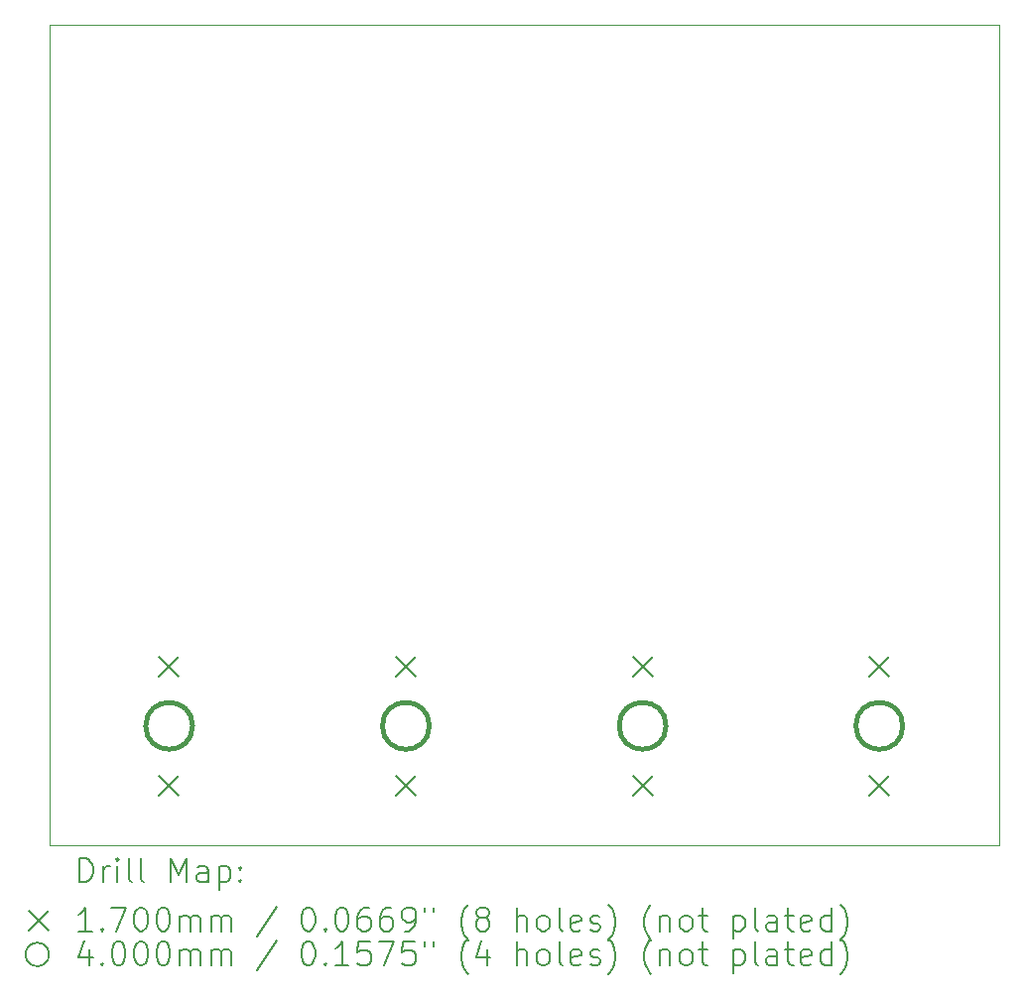
<source format=gbr>
%TF.GenerationSoftware,KiCad,Pcbnew,7.0.10*%
%TF.CreationDate,2024-10-20T20:49:23-04:00*%
%TF.ProjectId,Watch_Hackpad,57617463-685f-4486-9163-6b7061642e6b,rev?*%
%TF.SameCoordinates,Original*%
%TF.FileFunction,Drillmap*%
%TF.FilePolarity,Positive*%
%FSLAX45Y45*%
G04 Gerber Fmt 4.5, Leading zero omitted, Abs format (unit mm)*
G04 Created by KiCad (PCBNEW 7.0.10) date 2024-10-20 20:49:23*
%MOMM*%
%LPD*%
G01*
G04 APERTURE LIST*
%ADD10C,0.100000*%
%ADD11C,0.200000*%
%ADD12C,0.170000*%
%ADD13C,0.400000*%
G04 APERTURE END LIST*
D10*
X15390000Y-10430000D02*
X23490000Y-10430000D01*
X15390000Y-3430000D02*
X15390000Y-10430000D01*
X23490000Y-3430000D02*
X15390000Y-3430000D01*
X23490000Y-10430000D02*
X23490000Y-3430000D01*
D11*
D12*
X16325000Y-8821500D02*
X16495000Y-8991500D01*
X16495000Y-8821500D02*
X16325000Y-8991500D01*
X16325000Y-9837500D02*
X16495000Y-10007500D01*
X16495000Y-9837500D02*
X16325000Y-10007500D01*
X18345000Y-8821500D02*
X18515000Y-8991500D01*
X18515000Y-8821500D02*
X18345000Y-8991500D01*
X18345000Y-9837500D02*
X18515000Y-10007500D01*
X18515000Y-9837500D02*
X18345000Y-10007500D01*
X20365000Y-8821500D02*
X20535000Y-8991500D01*
X20535000Y-8821500D02*
X20365000Y-8991500D01*
X20365000Y-9837500D02*
X20535000Y-10007500D01*
X20535000Y-9837500D02*
X20365000Y-10007500D01*
X22385000Y-8821500D02*
X22555000Y-8991500D01*
X22555000Y-8821500D02*
X22385000Y-8991500D01*
X22385000Y-9837500D02*
X22555000Y-10007500D01*
X22555000Y-9837500D02*
X22385000Y-10007500D01*
D13*
X16610000Y-9414500D02*
G75*
G03*
X16210000Y-9414500I-200000J0D01*
G01*
X16210000Y-9414500D02*
G75*
G03*
X16610000Y-9414500I200000J0D01*
G01*
X18630000Y-9414500D02*
G75*
G03*
X18230000Y-9414500I-200000J0D01*
G01*
X18230000Y-9414500D02*
G75*
G03*
X18630000Y-9414500I200000J0D01*
G01*
X20650000Y-9414500D02*
G75*
G03*
X20250000Y-9414500I-200000J0D01*
G01*
X20250000Y-9414500D02*
G75*
G03*
X20650000Y-9414500I200000J0D01*
G01*
X22670000Y-9414500D02*
G75*
G03*
X22270000Y-9414500I-200000J0D01*
G01*
X22270000Y-9414500D02*
G75*
G03*
X22670000Y-9414500I200000J0D01*
G01*
D11*
X15645777Y-10746484D02*
X15645777Y-10546484D01*
X15645777Y-10546484D02*
X15693396Y-10546484D01*
X15693396Y-10546484D02*
X15721967Y-10556008D01*
X15721967Y-10556008D02*
X15741015Y-10575055D01*
X15741015Y-10575055D02*
X15750539Y-10594103D01*
X15750539Y-10594103D02*
X15760062Y-10632198D01*
X15760062Y-10632198D02*
X15760062Y-10660770D01*
X15760062Y-10660770D02*
X15750539Y-10698865D01*
X15750539Y-10698865D02*
X15741015Y-10717912D01*
X15741015Y-10717912D02*
X15721967Y-10736960D01*
X15721967Y-10736960D02*
X15693396Y-10746484D01*
X15693396Y-10746484D02*
X15645777Y-10746484D01*
X15845777Y-10746484D02*
X15845777Y-10613150D01*
X15845777Y-10651246D02*
X15855301Y-10632198D01*
X15855301Y-10632198D02*
X15864824Y-10622674D01*
X15864824Y-10622674D02*
X15883872Y-10613150D01*
X15883872Y-10613150D02*
X15902920Y-10613150D01*
X15969586Y-10746484D02*
X15969586Y-10613150D01*
X15969586Y-10546484D02*
X15960062Y-10556008D01*
X15960062Y-10556008D02*
X15969586Y-10565531D01*
X15969586Y-10565531D02*
X15979110Y-10556008D01*
X15979110Y-10556008D02*
X15969586Y-10546484D01*
X15969586Y-10546484D02*
X15969586Y-10565531D01*
X16093396Y-10746484D02*
X16074348Y-10736960D01*
X16074348Y-10736960D02*
X16064824Y-10717912D01*
X16064824Y-10717912D02*
X16064824Y-10546484D01*
X16198158Y-10746484D02*
X16179110Y-10736960D01*
X16179110Y-10736960D02*
X16169586Y-10717912D01*
X16169586Y-10717912D02*
X16169586Y-10546484D01*
X16426729Y-10746484D02*
X16426729Y-10546484D01*
X16426729Y-10546484D02*
X16493396Y-10689341D01*
X16493396Y-10689341D02*
X16560062Y-10546484D01*
X16560062Y-10546484D02*
X16560062Y-10746484D01*
X16741015Y-10746484D02*
X16741015Y-10641722D01*
X16741015Y-10641722D02*
X16731491Y-10622674D01*
X16731491Y-10622674D02*
X16712443Y-10613150D01*
X16712443Y-10613150D02*
X16674348Y-10613150D01*
X16674348Y-10613150D02*
X16655301Y-10622674D01*
X16741015Y-10736960D02*
X16721967Y-10746484D01*
X16721967Y-10746484D02*
X16674348Y-10746484D01*
X16674348Y-10746484D02*
X16655301Y-10736960D01*
X16655301Y-10736960D02*
X16645777Y-10717912D01*
X16645777Y-10717912D02*
X16645777Y-10698865D01*
X16645777Y-10698865D02*
X16655301Y-10679817D01*
X16655301Y-10679817D02*
X16674348Y-10670293D01*
X16674348Y-10670293D02*
X16721967Y-10670293D01*
X16721967Y-10670293D02*
X16741015Y-10660770D01*
X16836253Y-10613150D02*
X16836253Y-10813150D01*
X16836253Y-10622674D02*
X16855301Y-10613150D01*
X16855301Y-10613150D02*
X16893396Y-10613150D01*
X16893396Y-10613150D02*
X16912444Y-10622674D01*
X16912444Y-10622674D02*
X16921967Y-10632198D01*
X16921967Y-10632198D02*
X16931491Y-10651246D01*
X16931491Y-10651246D02*
X16931491Y-10708389D01*
X16931491Y-10708389D02*
X16921967Y-10727436D01*
X16921967Y-10727436D02*
X16912444Y-10736960D01*
X16912444Y-10736960D02*
X16893396Y-10746484D01*
X16893396Y-10746484D02*
X16855301Y-10746484D01*
X16855301Y-10746484D02*
X16836253Y-10736960D01*
X17017205Y-10727436D02*
X17026729Y-10736960D01*
X17026729Y-10736960D02*
X17017205Y-10746484D01*
X17017205Y-10746484D02*
X17007682Y-10736960D01*
X17007682Y-10736960D02*
X17017205Y-10727436D01*
X17017205Y-10727436D02*
X17017205Y-10746484D01*
X17017205Y-10622674D02*
X17026729Y-10632198D01*
X17026729Y-10632198D02*
X17017205Y-10641722D01*
X17017205Y-10641722D02*
X17007682Y-10632198D01*
X17007682Y-10632198D02*
X17017205Y-10622674D01*
X17017205Y-10622674D02*
X17017205Y-10641722D01*
D12*
X15215000Y-10990000D02*
X15385000Y-11160000D01*
X15385000Y-10990000D02*
X15215000Y-11160000D01*
D11*
X15750539Y-11166484D02*
X15636253Y-11166484D01*
X15693396Y-11166484D02*
X15693396Y-10966484D01*
X15693396Y-10966484D02*
X15674348Y-10995055D01*
X15674348Y-10995055D02*
X15655301Y-11014103D01*
X15655301Y-11014103D02*
X15636253Y-11023627D01*
X15836253Y-11147436D02*
X15845777Y-11156960D01*
X15845777Y-11156960D02*
X15836253Y-11166484D01*
X15836253Y-11166484D02*
X15826729Y-11156960D01*
X15826729Y-11156960D02*
X15836253Y-11147436D01*
X15836253Y-11147436D02*
X15836253Y-11166484D01*
X15912443Y-10966484D02*
X16045777Y-10966484D01*
X16045777Y-10966484D02*
X15960062Y-11166484D01*
X16160062Y-10966484D02*
X16179110Y-10966484D01*
X16179110Y-10966484D02*
X16198158Y-10976008D01*
X16198158Y-10976008D02*
X16207682Y-10985531D01*
X16207682Y-10985531D02*
X16217205Y-11004579D01*
X16217205Y-11004579D02*
X16226729Y-11042674D01*
X16226729Y-11042674D02*
X16226729Y-11090293D01*
X16226729Y-11090293D02*
X16217205Y-11128389D01*
X16217205Y-11128389D02*
X16207682Y-11147436D01*
X16207682Y-11147436D02*
X16198158Y-11156960D01*
X16198158Y-11156960D02*
X16179110Y-11166484D01*
X16179110Y-11166484D02*
X16160062Y-11166484D01*
X16160062Y-11166484D02*
X16141015Y-11156960D01*
X16141015Y-11156960D02*
X16131491Y-11147436D01*
X16131491Y-11147436D02*
X16121967Y-11128389D01*
X16121967Y-11128389D02*
X16112443Y-11090293D01*
X16112443Y-11090293D02*
X16112443Y-11042674D01*
X16112443Y-11042674D02*
X16121967Y-11004579D01*
X16121967Y-11004579D02*
X16131491Y-10985531D01*
X16131491Y-10985531D02*
X16141015Y-10976008D01*
X16141015Y-10976008D02*
X16160062Y-10966484D01*
X16350539Y-10966484D02*
X16369586Y-10966484D01*
X16369586Y-10966484D02*
X16388634Y-10976008D01*
X16388634Y-10976008D02*
X16398158Y-10985531D01*
X16398158Y-10985531D02*
X16407682Y-11004579D01*
X16407682Y-11004579D02*
X16417205Y-11042674D01*
X16417205Y-11042674D02*
X16417205Y-11090293D01*
X16417205Y-11090293D02*
X16407682Y-11128389D01*
X16407682Y-11128389D02*
X16398158Y-11147436D01*
X16398158Y-11147436D02*
X16388634Y-11156960D01*
X16388634Y-11156960D02*
X16369586Y-11166484D01*
X16369586Y-11166484D02*
X16350539Y-11166484D01*
X16350539Y-11166484D02*
X16331491Y-11156960D01*
X16331491Y-11156960D02*
X16321967Y-11147436D01*
X16321967Y-11147436D02*
X16312443Y-11128389D01*
X16312443Y-11128389D02*
X16302920Y-11090293D01*
X16302920Y-11090293D02*
X16302920Y-11042674D01*
X16302920Y-11042674D02*
X16312443Y-11004579D01*
X16312443Y-11004579D02*
X16321967Y-10985531D01*
X16321967Y-10985531D02*
X16331491Y-10976008D01*
X16331491Y-10976008D02*
X16350539Y-10966484D01*
X16502920Y-11166484D02*
X16502920Y-11033150D01*
X16502920Y-11052198D02*
X16512443Y-11042674D01*
X16512443Y-11042674D02*
X16531491Y-11033150D01*
X16531491Y-11033150D02*
X16560063Y-11033150D01*
X16560063Y-11033150D02*
X16579110Y-11042674D01*
X16579110Y-11042674D02*
X16588634Y-11061722D01*
X16588634Y-11061722D02*
X16588634Y-11166484D01*
X16588634Y-11061722D02*
X16598158Y-11042674D01*
X16598158Y-11042674D02*
X16617205Y-11033150D01*
X16617205Y-11033150D02*
X16645777Y-11033150D01*
X16645777Y-11033150D02*
X16664824Y-11042674D01*
X16664824Y-11042674D02*
X16674348Y-11061722D01*
X16674348Y-11061722D02*
X16674348Y-11166484D01*
X16769586Y-11166484D02*
X16769586Y-11033150D01*
X16769586Y-11052198D02*
X16779110Y-11042674D01*
X16779110Y-11042674D02*
X16798158Y-11033150D01*
X16798158Y-11033150D02*
X16826729Y-11033150D01*
X16826729Y-11033150D02*
X16845777Y-11042674D01*
X16845777Y-11042674D02*
X16855301Y-11061722D01*
X16855301Y-11061722D02*
X16855301Y-11166484D01*
X16855301Y-11061722D02*
X16864825Y-11042674D01*
X16864825Y-11042674D02*
X16883872Y-11033150D01*
X16883872Y-11033150D02*
X16912444Y-11033150D01*
X16912444Y-11033150D02*
X16931491Y-11042674D01*
X16931491Y-11042674D02*
X16941015Y-11061722D01*
X16941015Y-11061722D02*
X16941015Y-11166484D01*
X17331491Y-10956960D02*
X17160063Y-11214103D01*
X17588634Y-10966484D02*
X17607682Y-10966484D01*
X17607682Y-10966484D02*
X17626729Y-10976008D01*
X17626729Y-10976008D02*
X17636253Y-10985531D01*
X17636253Y-10985531D02*
X17645777Y-11004579D01*
X17645777Y-11004579D02*
X17655301Y-11042674D01*
X17655301Y-11042674D02*
X17655301Y-11090293D01*
X17655301Y-11090293D02*
X17645777Y-11128389D01*
X17645777Y-11128389D02*
X17636253Y-11147436D01*
X17636253Y-11147436D02*
X17626729Y-11156960D01*
X17626729Y-11156960D02*
X17607682Y-11166484D01*
X17607682Y-11166484D02*
X17588634Y-11166484D01*
X17588634Y-11166484D02*
X17569587Y-11156960D01*
X17569587Y-11156960D02*
X17560063Y-11147436D01*
X17560063Y-11147436D02*
X17550539Y-11128389D01*
X17550539Y-11128389D02*
X17541015Y-11090293D01*
X17541015Y-11090293D02*
X17541015Y-11042674D01*
X17541015Y-11042674D02*
X17550539Y-11004579D01*
X17550539Y-11004579D02*
X17560063Y-10985531D01*
X17560063Y-10985531D02*
X17569587Y-10976008D01*
X17569587Y-10976008D02*
X17588634Y-10966484D01*
X17741015Y-11147436D02*
X17750539Y-11156960D01*
X17750539Y-11156960D02*
X17741015Y-11166484D01*
X17741015Y-11166484D02*
X17731491Y-11156960D01*
X17731491Y-11156960D02*
X17741015Y-11147436D01*
X17741015Y-11147436D02*
X17741015Y-11166484D01*
X17874348Y-10966484D02*
X17893396Y-10966484D01*
X17893396Y-10966484D02*
X17912444Y-10976008D01*
X17912444Y-10976008D02*
X17921968Y-10985531D01*
X17921968Y-10985531D02*
X17931491Y-11004579D01*
X17931491Y-11004579D02*
X17941015Y-11042674D01*
X17941015Y-11042674D02*
X17941015Y-11090293D01*
X17941015Y-11090293D02*
X17931491Y-11128389D01*
X17931491Y-11128389D02*
X17921968Y-11147436D01*
X17921968Y-11147436D02*
X17912444Y-11156960D01*
X17912444Y-11156960D02*
X17893396Y-11166484D01*
X17893396Y-11166484D02*
X17874348Y-11166484D01*
X17874348Y-11166484D02*
X17855301Y-11156960D01*
X17855301Y-11156960D02*
X17845777Y-11147436D01*
X17845777Y-11147436D02*
X17836253Y-11128389D01*
X17836253Y-11128389D02*
X17826729Y-11090293D01*
X17826729Y-11090293D02*
X17826729Y-11042674D01*
X17826729Y-11042674D02*
X17836253Y-11004579D01*
X17836253Y-11004579D02*
X17845777Y-10985531D01*
X17845777Y-10985531D02*
X17855301Y-10976008D01*
X17855301Y-10976008D02*
X17874348Y-10966484D01*
X18112444Y-10966484D02*
X18074348Y-10966484D01*
X18074348Y-10966484D02*
X18055301Y-10976008D01*
X18055301Y-10976008D02*
X18045777Y-10985531D01*
X18045777Y-10985531D02*
X18026729Y-11014103D01*
X18026729Y-11014103D02*
X18017206Y-11052198D01*
X18017206Y-11052198D02*
X18017206Y-11128389D01*
X18017206Y-11128389D02*
X18026729Y-11147436D01*
X18026729Y-11147436D02*
X18036253Y-11156960D01*
X18036253Y-11156960D02*
X18055301Y-11166484D01*
X18055301Y-11166484D02*
X18093396Y-11166484D01*
X18093396Y-11166484D02*
X18112444Y-11156960D01*
X18112444Y-11156960D02*
X18121968Y-11147436D01*
X18121968Y-11147436D02*
X18131491Y-11128389D01*
X18131491Y-11128389D02*
X18131491Y-11080770D01*
X18131491Y-11080770D02*
X18121968Y-11061722D01*
X18121968Y-11061722D02*
X18112444Y-11052198D01*
X18112444Y-11052198D02*
X18093396Y-11042674D01*
X18093396Y-11042674D02*
X18055301Y-11042674D01*
X18055301Y-11042674D02*
X18036253Y-11052198D01*
X18036253Y-11052198D02*
X18026729Y-11061722D01*
X18026729Y-11061722D02*
X18017206Y-11080770D01*
X18302920Y-10966484D02*
X18264825Y-10966484D01*
X18264825Y-10966484D02*
X18245777Y-10976008D01*
X18245777Y-10976008D02*
X18236253Y-10985531D01*
X18236253Y-10985531D02*
X18217206Y-11014103D01*
X18217206Y-11014103D02*
X18207682Y-11052198D01*
X18207682Y-11052198D02*
X18207682Y-11128389D01*
X18207682Y-11128389D02*
X18217206Y-11147436D01*
X18217206Y-11147436D02*
X18226729Y-11156960D01*
X18226729Y-11156960D02*
X18245777Y-11166484D01*
X18245777Y-11166484D02*
X18283872Y-11166484D01*
X18283872Y-11166484D02*
X18302920Y-11156960D01*
X18302920Y-11156960D02*
X18312444Y-11147436D01*
X18312444Y-11147436D02*
X18321968Y-11128389D01*
X18321968Y-11128389D02*
X18321968Y-11080770D01*
X18321968Y-11080770D02*
X18312444Y-11061722D01*
X18312444Y-11061722D02*
X18302920Y-11052198D01*
X18302920Y-11052198D02*
X18283872Y-11042674D01*
X18283872Y-11042674D02*
X18245777Y-11042674D01*
X18245777Y-11042674D02*
X18226729Y-11052198D01*
X18226729Y-11052198D02*
X18217206Y-11061722D01*
X18217206Y-11061722D02*
X18207682Y-11080770D01*
X18417206Y-11166484D02*
X18455301Y-11166484D01*
X18455301Y-11166484D02*
X18474349Y-11156960D01*
X18474349Y-11156960D02*
X18483872Y-11147436D01*
X18483872Y-11147436D02*
X18502920Y-11118865D01*
X18502920Y-11118865D02*
X18512444Y-11080770D01*
X18512444Y-11080770D02*
X18512444Y-11004579D01*
X18512444Y-11004579D02*
X18502920Y-10985531D01*
X18502920Y-10985531D02*
X18493396Y-10976008D01*
X18493396Y-10976008D02*
X18474349Y-10966484D01*
X18474349Y-10966484D02*
X18436253Y-10966484D01*
X18436253Y-10966484D02*
X18417206Y-10976008D01*
X18417206Y-10976008D02*
X18407682Y-10985531D01*
X18407682Y-10985531D02*
X18398158Y-11004579D01*
X18398158Y-11004579D02*
X18398158Y-11052198D01*
X18398158Y-11052198D02*
X18407682Y-11071246D01*
X18407682Y-11071246D02*
X18417206Y-11080770D01*
X18417206Y-11080770D02*
X18436253Y-11090293D01*
X18436253Y-11090293D02*
X18474349Y-11090293D01*
X18474349Y-11090293D02*
X18493396Y-11080770D01*
X18493396Y-11080770D02*
X18502920Y-11071246D01*
X18502920Y-11071246D02*
X18512444Y-11052198D01*
X18588634Y-10966484D02*
X18588634Y-11004579D01*
X18664825Y-10966484D02*
X18664825Y-11004579D01*
X18960063Y-11242674D02*
X18950539Y-11233150D01*
X18950539Y-11233150D02*
X18931491Y-11204579D01*
X18931491Y-11204579D02*
X18921968Y-11185531D01*
X18921968Y-11185531D02*
X18912444Y-11156960D01*
X18912444Y-11156960D02*
X18902920Y-11109341D01*
X18902920Y-11109341D02*
X18902920Y-11071246D01*
X18902920Y-11071246D02*
X18912444Y-11023627D01*
X18912444Y-11023627D02*
X18921968Y-10995055D01*
X18921968Y-10995055D02*
X18931491Y-10976008D01*
X18931491Y-10976008D02*
X18950539Y-10947436D01*
X18950539Y-10947436D02*
X18960063Y-10937912D01*
X19064825Y-11052198D02*
X19045777Y-11042674D01*
X19045777Y-11042674D02*
X19036253Y-11033150D01*
X19036253Y-11033150D02*
X19026730Y-11014103D01*
X19026730Y-11014103D02*
X19026730Y-11004579D01*
X19026730Y-11004579D02*
X19036253Y-10985531D01*
X19036253Y-10985531D02*
X19045777Y-10976008D01*
X19045777Y-10976008D02*
X19064825Y-10966484D01*
X19064825Y-10966484D02*
X19102920Y-10966484D01*
X19102920Y-10966484D02*
X19121968Y-10976008D01*
X19121968Y-10976008D02*
X19131491Y-10985531D01*
X19131491Y-10985531D02*
X19141015Y-11004579D01*
X19141015Y-11004579D02*
X19141015Y-11014103D01*
X19141015Y-11014103D02*
X19131491Y-11033150D01*
X19131491Y-11033150D02*
X19121968Y-11042674D01*
X19121968Y-11042674D02*
X19102920Y-11052198D01*
X19102920Y-11052198D02*
X19064825Y-11052198D01*
X19064825Y-11052198D02*
X19045777Y-11061722D01*
X19045777Y-11061722D02*
X19036253Y-11071246D01*
X19036253Y-11071246D02*
X19026730Y-11090293D01*
X19026730Y-11090293D02*
X19026730Y-11128389D01*
X19026730Y-11128389D02*
X19036253Y-11147436D01*
X19036253Y-11147436D02*
X19045777Y-11156960D01*
X19045777Y-11156960D02*
X19064825Y-11166484D01*
X19064825Y-11166484D02*
X19102920Y-11166484D01*
X19102920Y-11166484D02*
X19121968Y-11156960D01*
X19121968Y-11156960D02*
X19131491Y-11147436D01*
X19131491Y-11147436D02*
X19141015Y-11128389D01*
X19141015Y-11128389D02*
X19141015Y-11090293D01*
X19141015Y-11090293D02*
X19131491Y-11071246D01*
X19131491Y-11071246D02*
X19121968Y-11061722D01*
X19121968Y-11061722D02*
X19102920Y-11052198D01*
X19379111Y-11166484D02*
X19379111Y-10966484D01*
X19464825Y-11166484D02*
X19464825Y-11061722D01*
X19464825Y-11061722D02*
X19455301Y-11042674D01*
X19455301Y-11042674D02*
X19436253Y-11033150D01*
X19436253Y-11033150D02*
X19407682Y-11033150D01*
X19407682Y-11033150D02*
X19388634Y-11042674D01*
X19388634Y-11042674D02*
X19379111Y-11052198D01*
X19588634Y-11166484D02*
X19569587Y-11156960D01*
X19569587Y-11156960D02*
X19560063Y-11147436D01*
X19560063Y-11147436D02*
X19550539Y-11128389D01*
X19550539Y-11128389D02*
X19550539Y-11071246D01*
X19550539Y-11071246D02*
X19560063Y-11052198D01*
X19560063Y-11052198D02*
X19569587Y-11042674D01*
X19569587Y-11042674D02*
X19588634Y-11033150D01*
X19588634Y-11033150D02*
X19617206Y-11033150D01*
X19617206Y-11033150D02*
X19636253Y-11042674D01*
X19636253Y-11042674D02*
X19645777Y-11052198D01*
X19645777Y-11052198D02*
X19655301Y-11071246D01*
X19655301Y-11071246D02*
X19655301Y-11128389D01*
X19655301Y-11128389D02*
X19645777Y-11147436D01*
X19645777Y-11147436D02*
X19636253Y-11156960D01*
X19636253Y-11156960D02*
X19617206Y-11166484D01*
X19617206Y-11166484D02*
X19588634Y-11166484D01*
X19769587Y-11166484D02*
X19750539Y-11156960D01*
X19750539Y-11156960D02*
X19741015Y-11137912D01*
X19741015Y-11137912D02*
X19741015Y-10966484D01*
X19921968Y-11156960D02*
X19902920Y-11166484D01*
X19902920Y-11166484D02*
X19864825Y-11166484D01*
X19864825Y-11166484D02*
X19845777Y-11156960D01*
X19845777Y-11156960D02*
X19836253Y-11137912D01*
X19836253Y-11137912D02*
X19836253Y-11061722D01*
X19836253Y-11061722D02*
X19845777Y-11042674D01*
X19845777Y-11042674D02*
X19864825Y-11033150D01*
X19864825Y-11033150D02*
X19902920Y-11033150D01*
X19902920Y-11033150D02*
X19921968Y-11042674D01*
X19921968Y-11042674D02*
X19931492Y-11061722D01*
X19931492Y-11061722D02*
X19931492Y-11080770D01*
X19931492Y-11080770D02*
X19836253Y-11099817D01*
X20007682Y-11156960D02*
X20026730Y-11166484D01*
X20026730Y-11166484D02*
X20064825Y-11166484D01*
X20064825Y-11166484D02*
X20083873Y-11156960D01*
X20083873Y-11156960D02*
X20093396Y-11137912D01*
X20093396Y-11137912D02*
X20093396Y-11128389D01*
X20093396Y-11128389D02*
X20083873Y-11109341D01*
X20083873Y-11109341D02*
X20064825Y-11099817D01*
X20064825Y-11099817D02*
X20036253Y-11099817D01*
X20036253Y-11099817D02*
X20017206Y-11090293D01*
X20017206Y-11090293D02*
X20007682Y-11071246D01*
X20007682Y-11071246D02*
X20007682Y-11061722D01*
X20007682Y-11061722D02*
X20017206Y-11042674D01*
X20017206Y-11042674D02*
X20036253Y-11033150D01*
X20036253Y-11033150D02*
X20064825Y-11033150D01*
X20064825Y-11033150D02*
X20083873Y-11042674D01*
X20160063Y-11242674D02*
X20169587Y-11233150D01*
X20169587Y-11233150D02*
X20188634Y-11204579D01*
X20188634Y-11204579D02*
X20198158Y-11185531D01*
X20198158Y-11185531D02*
X20207682Y-11156960D01*
X20207682Y-11156960D02*
X20217206Y-11109341D01*
X20217206Y-11109341D02*
X20217206Y-11071246D01*
X20217206Y-11071246D02*
X20207682Y-11023627D01*
X20207682Y-11023627D02*
X20198158Y-10995055D01*
X20198158Y-10995055D02*
X20188634Y-10976008D01*
X20188634Y-10976008D02*
X20169587Y-10947436D01*
X20169587Y-10947436D02*
X20160063Y-10937912D01*
X20521968Y-11242674D02*
X20512444Y-11233150D01*
X20512444Y-11233150D02*
X20493396Y-11204579D01*
X20493396Y-11204579D02*
X20483873Y-11185531D01*
X20483873Y-11185531D02*
X20474349Y-11156960D01*
X20474349Y-11156960D02*
X20464825Y-11109341D01*
X20464825Y-11109341D02*
X20464825Y-11071246D01*
X20464825Y-11071246D02*
X20474349Y-11023627D01*
X20474349Y-11023627D02*
X20483873Y-10995055D01*
X20483873Y-10995055D02*
X20493396Y-10976008D01*
X20493396Y-10976008D02*
X20512444Y-10947436D01*
X20512444Y-10947436D02*
X20521968Y-10937912D01*
X20598158Y-11033150D02*
X20598158Y-11166484D01*
X20598158Y-11052198D02*
X20607682Y-11042674D01*
X20607682Y-11042674D02*
X20626730Y-11033150D01*
X20626730Y-11033150D02*
X20655301Y-11033150D01*
X20655301Y-11033150D02*
X20674349Y-11042674D01*
X20674349Y-11042674D02*
X20683873Y-11061722D01*
X20683873Y-11061722D02*
X20683873Y-11166484D01*
X20807682Y-11166484D02*
X20788634Y-11156960D01*
X20788634Y-11156960D02*
X20779111Y-11147436D01*
X20779111Y-11147436D02*
X20769587Y-11128389D01*
X20769587Y-11128389D02*
X20769587Y-11071246D01*
X20769587Y-11071246D02*
X20779111Y-11052198D01*
X20779111Y-11052198D02*
X20788634Y-11042674D01*
X20788634Y-11042674D02*
X20807682Y-11033150D01*
X20807682Y-11033150D02*
X20836254Y-11033150D01*
X20836254Y-11033150D02*
X20855301Y-11042674D01*
X20855301Y-11042674D02*
X20864825Y-11052198D01*
X20864825Y-11052198D02*
X20874349Y-11071246D01*
X20874349Y-11071246D02*
X20874349Y-11128389D01*
X20874349Y-11128389D02*
X20864825Y-11147436D01*
X20864825Y-11147436D02*
X20855301Y-11156960D01*
X20855301Y-11156960D02*
X20836254Y-11166484D01*
X20836254Y-11166484D02*
X20807682Y-11166484D01*
X20931492Y-11033150D02*
X21007682Y-11033150D01*
X20960063Y-10966484D02*
X20960063Y-11137912D01*
X20960063Y-11137912D02*
X20969587Y-11156960D01*
X20969587Y-11156960D02*
X20988634Y-11166484D01*
X20988634Y-11166484D02*
X21007682Y-11166484D01*
X21226730Y-11033150D02*
X21226730Y-11233150D01*
X21226730Y-11042674D02*
X21245777Y-11033150D01*
X21245777Y-11033150D02*
X21283873Y-11033150D01*
X21283873Y-11033150D02*
X21302920Y-11042674D01*
X21302920Y-11042674D02*
X21312444Y-11052198D01*
X21312444Y-11052198D02*
X21321968Y-11071246D01*
X21321968Y-11071246D02*
X21321968Y-11128389D01*
X21321968Y-11128389D02*
X21312444Y-11147436D01*
X21312444Y-11147436D02*
X21302920Y-11156960D01*
X21302920Y-11156960D02*
X21283873Y-11166484D01*
X21283873Y-11166484D02*
X21245777Y-11166484D01*
X21245777Y-11166484D02*
X21226730Y-11156960D01*
X21436254Y-11166484D02*
X21417206Y-11156960D01*
X21417206Y-11156960D02*
X21407682Y-11137912D01*
X21407682Y-11137912D02*
X21407682Y-10966484D01*
X21598158Y-11166484D02*
X21598158Y-11061722D01*
X21598158Y-11061722D02*
X21588635Y-11042674D01*
X21588635Y-11042674D02*
X21569587Y-11033150D01*
X21569587Y-11033150D02*
X21531492Y-11033150D01*
X21531492Y-11033150D02*
X21512444Y-11042674D01*
X21598158Y-11156960D02*
X21579111Y-11166484D01*
X21579111Y-11166484D02*
X21531492Y-11166484D01*
X21531492Y-11166484D02*
X21512444Y-11156960D01*
X21512444Y-11156960D02*
X21502920Y-11137912D01*
X21502920Y-11137912D02*
X21502920Y-11118865D01*
X21502920Y-11118865D02*
X21512444Y-11099817D01*
X21512444Y-11099817D02*
X21531492Y-11090293D01*
X21531492Y-11090293D02*
X21579111Y-11090293D01*
X21579111Y-11090293D02*
X21598158Y-11080770D01*
X21664825Y-11033150D02*
X21741015Y-11033150D01*
X21693396Y-10966484D02*
X21693396Y-11137912D01*
X21693396Y-11137912D02*
X21702920Y-11156960D01*
X21702920Y-11156960D02*
X21721968Y-11166484D01*
X21721968Y-11166484D02*
X21741015Y-11166484D01*
X21883873Y-11156960D02*
X21864825Y-11166484D01*
X21864825Y-11166484D02*
X21826730Y-11166484D01*
X21826730Y-11166484D02*
X21807682Y-11156960D01*
X21807682Y-11156960D02*
X21798158Y-11137912D01*
X21798158Y-11137912D02*
X21798158Y-11061722D01*
X21798158Y-11061722D02*
X21807682Y-11042674D01*
X21807682Y-11042674D02*
X21826730Y-11033150D01*
X21826730Y-11033150D02*
X21864825Y-11033150D01*
X21864825Y-11033150D02*
X21883873Y-11042674D01*
X21883873Y-11042674D02*
X21893396Y-11061722D01*
X21893396Y-11061722D02*
X21893396Y-11080770D01*
X21893396Y-11080770D02*
X21798158Y-11099817D01*
X22064825Y-11166484D02*
X22064825Y-10966484D01*
X22064825Y-11156960D02*
X22045777Y-11166484D01*
X22045777Y-11166484D02*
X22007682Y-11166484D01*
X22007682Y-11166484D02*
X21988635Y-11156960D01*
X21988635Y-11156960D02*
X21979111Y-11147436D01*
X21979111Y-11147436D02*
X21969587Y-11128389D01*
X21969587Y-11128389D02*
X21969587Y-11071246D01*
X21969587Y-11071246D02*
X21979111Y-11052198D01*
X21979111Y-11052198D02*
X21988635Y-11042674D01*
X21988635Y-11042674D02*
X22007682Y-11033150D01*
X22007682Y-11033150D02*
X22045777Y-11033150D01*
X22045777Y-11033150D02*
X22064825Y-11042674D01*
X22141016Y-11242674D02*
X22150539Y-11233150D01*
X22150539Y-11233150D02*
X22169587Y-11204579D01*
X22169587Y-11204579D02*
X22179111Y-11185531D01*
X22179111Y-11185531D02*
X22188635Y-11156960D01*
X22188635Y-11156960D02*
X22198158Y-11109341D01*
X22198158Y-11109341D02*
X22198158Y-11071246D01*
X22198158Y-11071246D02*
X22188635Y-11023627D01*
X22188635Y-11023627D02*
X22179111Y-10995055D01*
X22179111Y-10995055D02*
X22169587Y-10976008D01*
X22169587Y-10976008D02*
X22150539Y-10947436D01*
X22150539Y-10947436D02*
X22141016Y-10937912D01*
X15385000Y-11365000D02*
G75*
G03*
X15185000Y-11365000I-100000J0D01*
G01*
X15185000Y-11365000D02*
G75*
G03*
X15385000Y-11365000I100000J0D01*
G01*
X15731491Y-11323150D02*
X15731491Y-11456484D01*
X15683872Y-11246960D02*
X15636253Y-11389817D01*
X15636253Y-11389817D02*
X15760062Y-11389817D01*
X15836253Y-11437436D02*
X15845777Y-11446960D01*
X15845777Y-11446960D02*
X15836253Y-11456484D01*
X15836253Y-11456484D02*
X15826729Y-11446960D01*
X15826729Y-11446960D02*
X15836253Y-11437436D01*
X15836253Y-11437436D02*
X15836253Y-11456484D01*
X15969586Y-11256484D02*
X15988634Y-11256484D01*
X15988634Y-11256484D02*
X16007682Y-11266008D01*
X16007682Y-11266008D02*
X16017205Y-11275531D01*
X16017205Y-11275531D02*
X16026729Y-11294579D01*
X16026729Y-11294579D02*
X16036253Y-11332674D01*
X16036253Y-11332674D02*
X16036253Y-11380293D01*
X16036253Y-11380293D02*
X16026729Y-11418388D01*
X16026729Y-11418388D02*
X16017205Y-11437436D01*
X16017205Y-11437436D02*
X16007682Y-11446960D01*
X16007682Y-11446960D02*
X15988634Y-11456484D01*
X15988634Y-11456484D02*
X15969586Y-11456484D01*
X15969586Y-11456484D02*
X15950539Y-11446960D01*
X15950539Y-11446960D02*
X15941015Y-11437436D01*
X15941015Y-11437436D02*
X15931491Y-11418388D01*
X15931491Y-11418388D02*
X15921967Y-11380293D01*
X15921967Y-11380293D02*
X15921967Y-11332674D01*
X15921967Y-11332674D02*
X15931491Y-11294579D01*
X15931491Y-11294579D02*
X15941015Y-11275531D01*
X15941015Y-11275531D02*
X15950539Y-11266008D01*
X15950539Y-11266008D02*
X15969586Y-11256484D01*
X16160062Y-11256484D02*
X16179110Y-11256484D01*
X16179110Y-11256484D02*
X16198158Y-11266008D01*
X16198158Y-11266008D02*
X16207682Y-11275531D01*
X16207682Y-11275531D02*
X16217205Y-11294579D01*
X16217205Y-11294579D02*
X16226729Y-11332674D01*
X16226729Y-11332674D02*
X16226729Y-11380293D01*
X16226729Y-11380293D02*
X16217205Y-11418388D01*
X16217205Y-11418388D02*
X16207682Y-11437436D01*
X16207682Y-11437436D02*
X16198158Y-11446960D01*
X16198158Y-11446960D02*
X16179110Y-11456484D01*
X16179110Y-11456484D02*
X16160062Y-11456484D01*
X16160062Y-11456484D02*
X16141015Y-11446960D01*
X16141015Y-11446960D02*
X16131491Y-11437436D01*
X16131491Y-11437436D02*
X16121967Y-11418388D01*
X16121967Y-11418388D02*
X16112443Y-11380293D01*
X16112443Y-11380293D02*
X16112443Y-11332674D01*
X16112443Y-11332674D02*
X16121967Y-11294579D01*
X16121967Y-11294579D02*
X16131491Y-11275531D01*
X16131491Y-11275531D02*
X16141015Y-11266008D01*
X16141015Y-11266008D02*
X16160062Y-11256484D01*
X16350539Y-11256484D02*
X16369586Y-11256484D01*
X16369586Y-11256484D02*
X16388634Y-11266008D01*
X16388634Y-11266008D02*
X16398158Y-11275531D01*
X16398158Y-11275531D02*
X16407682Y-11294579D01*
X16407682Y-11294579D02*
X16417205Y-11332674D01*
X16417205Y-11332674D02*
X16417205Y-11380293D01*
X16417205Y-11380293D02*
X16407682Y-11418388D01*
X16407682Y-11418388D02*
X16398158Y-11437436D01*
X16398158Y-11437436D02*
X16388634Y-11446960D01*
X16388634Y-11446960D02*
X16369586Y-11456484D01*
X16369586Y-11456484D02*
X16350539Y-11456484D01*
X16350539Y-11456484D02*
X16331491Y-11446960D01*
X16331491Y-11446960D02*
X16321967Y-11437436D01*
X16321967Y-11437436D02*
X16312443Y-11418388D01*
X16312443Y-11418388D02*
X16302920Y-11380293D01*
X16302920Y-11380293D02*
X16302920Y-11332674D01*
X16302920Y-11332674D02*
X16312443Y-11294579D01*
X16312443Y-11294579D02*
X16321967Y-11275531D01*
X16321967Y-11275531D02*
X16331491Y-11266008D01*
X16331491Y-11266008D02*
X16350539Y-11256484D01*
X16502920Y-11456484D02*
X16502920Y-11323150D01*
X16502920Y-11342198D02*
X16512443Y-11332674D01*
X16512443Y-11332674D02*
X16531491Y-11323150D01*
X16531491Y-11323150D02*
X16560063Y-11323150D01*
X16560063Y-11323150D02*
X16579110Y-11332674D01*
X16579110Y-11332674D02*
X16588634Y-11351722D01*
X16588634Y-11351722D02*
X16588634Y-11456484D01*
X16588634Y-11351722D02*
X16598158Y-11332674D01*
X16598158Y-11332674D02*
X16617205Y-11323150D01*
X16617205Y-11323150D02*
X16645777Y-11323150D01*
X16645777Y-11323150D02*
X16664824Y-11332674D01*
X16664824Y-11332674D02*
X16674348Y-11351722D01*
X16674348Y-11351722D02*
X16674348Y-11456484D01*
X16769586Y-11456484D02*
X16769586Y-11323150D01*
X16769586Y-11342198D02*
X16779110Y-11332674D01*
X16779110Y-11332674D02*
X16798158Y-11323150D01*
X16798158Y-11323150D02*
X16826729Y-11323150D01*
X16826729Y-11323150D02*
X16845777Y-11332674D01*
X16845777Y-11332674D02*
X16855301Y-11351722D01*
X16855301Y-11351722D02*
X16855301Y-11456484D01*
X16855301Y-11351722D02*
X16864825Y-11332674D01*
X16864825Y-11332674D02*
X16883872Y-11323150D01*
X16883872Y-11323150D02*
X16912444Y-11323150D01*
X16912444Y-11323150D02*
X16931491Y-11332674D01*
X16931491Y-11332674D02*
X16941015Y-11351722D01*
X16941015Y-11351722D02*
X16941015Y-11456484D01*
X17331491Y-11246960D02*
X17160063Y-11504103D01*
X17588634Y-11256484D02*
X17607682Y-11256484D01*
X17607682Y-11256484D02*
X17626729Y-11266008D01*
X17626729Y-11266008D02*
X17636253Y-11275531D01*
X17636253Y-11275531D02*
X17645777Y-11294579D01*
X17645777Y-11294579D02*
X17655301Y-11332674D01*
X17655301Y-11332674D02*
X17655301Y-11380293D01*
X17655301Y-11380293D02*
X17645777Y-11418388D01*
X17645777Y-11418388D02*
X17636253Y-11437436D01*
X17636253Y-11437436D02*
X17626729Y-11446960D01*
X17626729Y-11446960D02*
X17607682Y-11456484D01*
X17607682Y-11456484D02*
X17588634Y-11456484D01*
X17588634Y-11456484D02*
X17569587Y-11446960D01*
X17569587Y-11446960D02*
X17560063Y-11437436D01*
X17560063Y-11437436D02*
X17550539Y-11418388D01*
X17550539Y-11418388D02*
X17541015Y-11380293D01*
X17541015Y-11380293D02*
X17541015Y-11332674D01*
X17541015Y-11332674D02*
X17550539Y-11294579D01*
X17550539Y-11294579D02*
X17560063Y-11275531D01*
X17560063Y-11275531D02*
X17569587Y-11266008D01*
X17569587Y-11266008D02*
X17588634Y-11256484D01*
X17741015Y-11437436D02*
X17750539Y-11446960D01*
X17750539Y-11446960D02*
X17741015Y-11456484D01*
X17741015Y-11456484D02*
X17731491Y-11446960D01*
X17731491Y-11446960D02*
X17741015Y-11437436D01*
X17741015Y-11437436D02*
X17741015Y-11456484D01*
X17941015Y-11456484D02*
X17826729Y-11456484D01*
X17883872Y-11456484D02*
X17883872Y-11256484D01*
X17883872Y-11256484D02*
X17864825Y-11285055D01*
X17864825Y-11285055D02*
X17845777Y-11304103D01*
X17845777Y-11304103D02*
X17826729Y-11313627D01*
X18121968Y-11256484D02*
X18026729Y-11256484D01*
X18026729Y-11256484D02*
X18017206Y-11351722D01*
X18017206Y-11351722D02*
X18026729Y-11342198D01*
X18026729Y-11342198D02*
X18045777Y-11332674D01*
X18045777Y-11332674D02*
X18093396Y-11332674D01*
X18093396Y-11332674D02*
X18112444Y-11342198D01*
X18112444Y-11342198D02*
X18121968Y-11351722D01*
X18121968Y-11351722D02*
X18131491Y-11370769D01*
X18131491Y-11370769D02*
X18131491Y-11418388D01*
X18131491Y-11418388D02*
X18121968Y-11437436D01*
X18121968Y-11437436D02*
X18112444Y-11446960D01*
X18112444Y-11446960D02*
X18093396Y-11456484D01*
X18093396Y-11456484D02*
X18045777Y-11456484D01*
X18045777Y-11456484D02*
X18026729Y-11446960D01*
X18026729Y-11446960D02*
X18017206Y-11437436D01*
X18198158Y-11256484D02*
X18331491Y-11256484D01*
X18331491Y-11256484D02*
X18245777Y-11456484D01*
X18502920Y-11256484D02*
X18407682Y-11256484D01*
X18407682Y-11256484D02*
X18398158Y-11351722D01*
X18398158Y-11351722D02*
X18407682Y-11342198D01*
X18407682Y-11342198D02*
X18426729Y-11332674D01*
X18426729Y-11332674D02*
X18474349Y-11332674D01*
X18474349Y-11332674D02*
X18493396Y-11342198D01*
X18493396Y-11342198D02*
X18502920Y-11351722D01*
X18502920Y-11351722D02*
X18512444Y-11370769D01*
X18512444Y-11370769D02*
X18512444Y-11418388D01*
X18512444Y-11418388D02*
X18502920Y-11437436D01*
X18502920Y-11437436D02*
X18493396Y-11446960D01*
X18493396Y-11446960D02*
X18474349Y-11456484D01*
X18474349Y-11456484D02*
X18426729Y-11456484D01*
X18426729Y-11456484D02*
X18407682Y-11446960D01*
X18407682Y-11446960D02*
X18398158Y-11437436D01*
X18588634Y-11256484D02*
X18588634Y-11294579D01*
X18664825Y-11256484D02*
X18664825Y-11294579D01*
X18960063Y-11532674D02*
X18950539Y-11523150D01*
X18950539Y-11523150D02*
X18931491Y-11494579D01*
X18931491Y-11494579D02*
X18921968Y-11475531D01*
X18921968Y-11475531D02*
X18912444Y-11446960D01*
X18912444Y-11446960D02*
X18902920Y-11399341D01*
X18902920Y-11399341D02*
X18902920Y-11361246D01*
X18902920Y-11361246D02*
X18912444Y-11313627D01*
X18912444Y-11313627D02*
X18921968Y-11285055D01*
X18921968Y-11285055D02*
X18931491Y-11266008D01*
X18931491Y-11266008D02*
X18950539Y-11237436D01*
X18950539Y-11237436D02*
X18960063Y-11227912D01*
X19121968Y-11323150D02*
X19121968Y-11456484D01*
X19074349Y-11246960D02*
X19026730Y-11389817D01*
X19026730Y-11389817D02*
X19150539Y-11389817D01*
X19379111Y-11456484D02*
X19379111Y-11256484D01*
X19464825Y-11456484D02*
X19464825Y-11351722D01*
X19464825Y-11351722D02*
X19455301Y-11332674D01*
X19455301Y-11332674D02*
X19436253Y-11323150D01*
X19436253Y-11323150D02*
X19407682Y-11323150D01*
X19407682Y-11323150D02*
X19388634Y-11332674D01*
X19388634Y-11332674D02*
X19379111Y-11342198D01*
X19588634Y-11456484D02*
X19569587Y-11446960D01*
X19569587Y-11446960D02*
X19560063Y-11437436D01*
X19560063Y-11437436D02*
X19550539Y-11418388D01*
X19550539Y-11418388D02*
X19550539Y-11361246D01*
X19550539Y-11361246D02*
X19560063Y-11342198D01*
X19560063Y-11342198D02*
X19569587Y-11332674D01*
X19569587Y-11332674D02*
X19588634Y-11323150D01*
X19588634Y-11323150D02*
X19617206Y-11323150D01*
X19617206Y-11323150D02*
X19636253Y-11332674D01*
X19636253Y-11332674D02*
X19645777Y-11342198D01*
X19645777Y-11342198D02*
X19655301Y-11361246D01*
X19655301Y-11361246D02*
X19655301Y-11418388D01*
X19655301Y-11418388D02*
X19645777Y-11437436D01*
X19645777Y-11437436D02*
X19636253Y-11446960D01*
X19636253Y-11446960D02*
X19617206Y-11456484D01*
X19617206Y-11456484D02*
X19588634Y-11456484D01*
X19769587Y-11456484D02*
X19750539Y-11446960D01*
X19750539Y-11446960D02*
X19741015Y-11427912D01*
X19741015Y-11427912D02*
X19741015Y-11256484D01*
X19921968Y-11446960D02*
X19902920Y-11456484D01*
X19902920Y-11456484D02*
X19864825Y-11456484D01*
X19864825Y-11456484D02*
X19845777Y-11446960D01*
X19845777Y-11446960D02*
X19836253Y-11427912D01*
X19836253Y-11427912D02*
X19836253Y-11351722D01*
X19836253Y-11351722D02*
X19845777Y-11332674D01*
X19845777Y-11332674D02*
X19864825Y-11323150D01*
X19864825Y-11323150D02*
X19902920Y-11323150D01*
X19902920Y-11323150D02*
X19921968Y-11332674D01*
X19921968Y-11332674D02*
X19931492Y-11351722D01*
X19931492Y-11351722D02*
X19931492Y-11370769D01*
X19931492Y-11370769D02*
X19836253Y-11389817D01*
X20007682Y-11446960D02*
X20026730Y-11456484D01*
X20026730Y-11456484D02*
X20064825Y-11456484D01*
X20064825Y-11456484D02*
X20083873Y-11446960D01*
X20083873Y-11446960D02*
X20093396Y-11427912D01*
X20093396Y-11427912D02*
X20093396Y-11418388D01*
X20093396Y-11418388D02*
X20083873Y-11399341D01*
X20083873Y-11399341D02*
X20064825Y-11389817D01*
X20064825Y-11389817D02*
X20036253Y-11389817D01*
X20036253Y-11389817D02*
X20017206Y-11380293D01*
X20017206Y-11380293D02*
X20007682Y-11361246D01*
X20007682Y-11361246D02*
X20007682Y-11351722D01*
X20007682Y-11351722D02*
X20017206Y-11332674D01*
X20017206Y-11332674D02*
X20036253Y-11323150D01*
X20036253Y-11323150D02*
X20064825Y-11323150D01*
X20064825Y-11323150D02*
X20083873Y-11332674D01*
X20160063Y-11532674D02*
X20169587Y-11523150D01*
X20169587Y-11523150D02*
X20188634Y-11494579D01*
X20188634Y-11494579D02*
X20198158Y-11475531D01*
X20198158Y-11475531D02*
X20207682Y-11446960D01*
X20207682Y-11446960D02*
X20217206Y-11399341D01*
X20217206Y-11399341D02*
X20217206Y-11361246D01*
X20217206Y-11361246D02*
X20207682Y-11313627D01*
X20207682Y-11313627D02*
X20198158Y-11285055D01*
X20198158Y-11285055D02*
X20188634Y-11266008D01*
X20188634Y-11266008D02*
X20169587Y-11237436D01*
X20169587Y-11237436D02*
X20160063Y-11227912D01*
X20521968Y-11532674D02*
X20512444Y-11523150D01*
X20512444Y-11523150D02*
X20493396Y-11494579D01*
X20493396Y-11494579D02*
X20483873Y-11475531D01*
X20483873Y-11475531D02*
X20474349Y-11446960D01*
X20474349Y-11446960D02*
X20464825Y-11399341D01*
X20464825Y-11399341D02*
X20464825Y-11361246D01*
X20464825Y-11361246D02*
X20474349Y-11313627D01*
X20474349Y-11313627D02*
X20483873Y-11285055D01*
X20483873Y-11285055D02*
X20493396Y-11266008D01*
X20493396Y-11266008D02*
X20512444Y-11237436D01*
X20512444Y-11237436D02*
X20521968Y-11227912D01*
X20598158Y-11323150D02*
X20598158Y-11456484D01*
X20598158Y-11342198D02*
X20607682Y-11332674D01*
X20607682Y-11332674D02*
X20626730Y-11323150D01*
X20626730Y-11323150D02*
X20655301Y-11323150D01*
X20655301Y-11323150D02*
X20674349Y-11332674D01*
X20674349Y-11332674D02*
X20683873Y-11351722D01*
X20683873Y-11351722D02*
X20683873Y-11456484D01*
X20807682Y-11456484D02*
X20788634Y-11446960D01*
X20788634Y-11446960D02*
X20779111Y-11437436D01*
X20779111Y-11437436D02*
X20769587Y-11418388D01*
X20769587Y-11418388D02*
X20769587Y-11361246D01*
X20769587Y-11361246D02*
X20779111Y-11342198D01*
X20779111Y-11342198D02*
X20788634Y-11332674D01*
X20788634Y-11332674D02*
X20807682Y-11323150D01*
X20807682Y-11323150D02*
X20836254Y-11323150D01*
X20836254Y-11323150D02*
X20855301Y-11332674D01*
X20855301Y-11332674D02*
X20864825Y-11342198D01*
X20864825Y-11342198D02*
X20874349Y-11361246D01*
X20874349Y-11361246D02*
X20874349Y-11418388D01*
X20874349Y-11418388D02*
X20864825Y-11437436D01*
X20864825Y-11437436D02*
X20855301Y-11446960D01*
X20855301Y-11446960D02*
X20836254Y-11456484D01*
X20836254Y-11456484D02*
X20807682Y-11456484D01*
X20931492Y-11323150D02*
X21007682Y-11323150D01*
X20960063Y-11256484D02*
X20960063Y-11427912D01*
X20960063Y-11427912D02*
X20969587Y-11446960D01*
X20969587Y-11446960D02*
X20988634Y-11456484D01*
X20988634Y-11456484D02*
X21007682Y-11456484D01*
X21226730Y-11323150D02*
X21226730Y-11523150D01*
X21226730Y-11332674D02*
X21245777Y-11323150D01*
X21245777Y-11323150D02*
X21283873Y-11323150D01*
X21283873Y-11323150D02*
X21302920Y-11332674D01*
X21302920Y-11332674D02*
X21312444Y-11342198D01*
X21312444Y-11342198D02*
X21321968Y-11361246D01*
X21321968Y-11361246D02*
X21321968Y-11418388D01*
X21321968Y-11418388D02*
X21312444Y-11437436D01*
X21312444Y-11437436D02*
X21302920Y-11446960D01*
X21302920Y-11446960D02*
X21283873Y-11456484D01*
X21283873Y-11456484D02*
X21245777Y-11456484D01*
X21245777Y-11456484D02*
X21226730Y-11446960D01*
X21436254Y-11456484D02*
X21417206Y-11446960D01*
X21417206Y-11446960D02*
X21407682Y-11427912D01*
X21407682Y-11427912D02*
X21407682Y-11256484D01*
X21598158Y-11456484D02*
X21598158Y-11351722D01*
X21598158Y-11351722D02*
X21588635Y-11332674D01*
X21588635Y-11332674D02*
X21569587Y-11323150D01*
X21569587Y-11323150D02*
X21531492Y-11323150D01*
X21531492Y-11323150D02*
X21512444Y-11332674D01*
X21598158Y-11446960D02*
X21579111Y-11456484D01*
X21579111Y-11456484D02*
X21531492Y-11456484D01*
X21531492Y-11456484D02*
X21512444Y-11446960D01*
X21512444Y-11446960D02*
X21502920Y-11427912D01*
X21502920Y-11427912D02*
X21502920Y-11408865D01*
X21502920Y-11408865D02*
X21512444Y-11389817D01*
X21512444Y-11389817D02*
X21531492Y-11380293D01*
X21531492Y-11380293D02*
X21579111Y-11380293D01*
X21579111Y-11380293D02*
X21598158Y-11370769D01*
X21664825Y-11323150D02*
X21741015Y-11323150D01*
X21693396Y-11256484D02*
X21693396Y-11427912D01*
X21693396Y-11427912D02*
X21702920Y-11446960D01*
X21702920Y-11446960D02*
X21721968Y-11456484D01*
X21721968Y-11456484D02*
X21741015Y-11456484D01*
X21883873Y-11446960D02*
X21864825Y-11456484D01*
X21864825Y-11456484D02*
X21826730Y-11456484D01*
X21826730Y-11456484D02*
X21807682Y-11446960D01*
X21807682Y-11446960D02*
X21798158Y-11427912D01*
X21798158Y-11427912D02*
X21798158Y-11351722D01*
X21798158Y-11351722D02*
X21807682Y-11332674D01*
X21807682Y-11332674D02*
X21826730Y-11323150D01*
X21826730Y-11323150D02*
X21864825Y-11323150D01*
X21864825Y-11323150D02*
X21883873Y-11332674D01*
X21883873Y-11332674D02*
X21893396Y-11351722D01*
X21893396Y-11351722D02*
X21893396Y-11370769D01*
X21893396Y-11370769D02*
X21798158Y-11389817D01*
X22064825Y-11456484D02*
X22064825Y-11256484D01*
X22064825Y-11446960D02*
X22045777Y-11456484D01*
X22045777Y-11456484D02*
X22007682Y-11456484D01*
X22007682Y-11456484D02*
X21988635Y-11446960D01*
X21988635Y-11446960D02*
X21979111Y-11437436D01*
X21979111Y-11437436D02*
X21969587Y-11418388D01*
X21969587Y-11418388D02*
X21969587Y-11361246D01*
X21969587Y-11361246D02*
X21979111Y-11342198D01*
X21979111Y-11342198D02*
X21988635Y-11332674D01*
X21988635Y-11332674D02*
X22007682Y-11323150D01*
X22007682Y-11323150D02*
X22045777Y-11323150D01*
X22045777Y-11323150D02*
X22064825Y-11332674D01*
X22141016Y-11532674D02*
X22150539Y-11523150D01*
X22150539Y-11523150D02*
X22169587Y-11494579D01*
X22169587Y-11494579D02*
X22179111Y-11475531D01*
X22179111Y-11475531D02*
X22188635Y-11446960D01*
X22188635Y-11446960D02*
X22198158Y-11399341D01*
X22198158Y-11399341D02*
X22198158Y-11361246D01*
X22198158Y-11361246D02*
X22188635Y-11313627D01*
X22188635Y-11313627D02*
X22179111Y-11285055D01*
X22179111Y-11285055D02*
X22169587Y-11266008D01*
X22169587Y-11266008D02*
X22150539Y-11237436D01*
X22150539Y-11237436D02*
X22141016Y-11227912D01*
M02*

</source>
